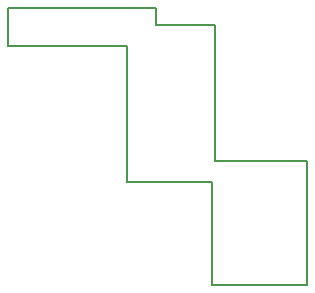
<source format=gbr>
G04 #@! TF.GenerationSoftware,KiCad,Pcbnew,(5.1.0)-1*
G04 #@! TF.CreationDate,2019-10-11T23:09:55-07:00*
G04 #@! TF.ProjectId,Miniscope-v4-FlexPC,4d696e69-7363-46f7-9065-2d76342d466c,rev?*
G04 #@! TF.SameCoordinates,Original*
G04 #@! TF.FileFunction,Profile,NP*
%FSLAX46Y46*%
G04 Gerber Fmt 4.6, Leading zero omitted, Abs format (unit mm)*
G04 Created by KiCad (PCBNEW (5.1.0)-1) date 2019-10-11 23:09:55*
%MOMM*%
%LPD*%
G04 APERTURE LIST*
%ADD10C,0.150000*%
G04 APERTURE END LIST*
D10*
X16750000Y-14750000D02*
X16750000Y-15000000D01*
X29250000Y-14750000D02*
X16750000Y-14750000D01*
X29250000Y-16250000D02*
X29250000Y-14750000D01*
X34250000Y-16250000D02*
X29250000Y-16250000D01*
X34250000Y-27750000D02*
X34250000Y-16250000D01*
X42000000Y-27750000D02*
X34250000Y-27750000D01*
X42000000Y-38250000D02*
X42000000Y-27750000D01*
X34000000Y-38250000D02*
X42000000Y-38250000D01*
X34000000Y-29500000D02*
X34000000Y-38250000D01*
X26750000Y-29500000D02*
X34000000Y-29500000D01*
X26750000Y-18000000D02*
X26750000Y-29500000D01*
X16750000Y-18000000D02*
X26750000Y-18000000D01*
X16750000Y-15000000D02*
X16750000Y-18000000D01*
M02*

</source>
